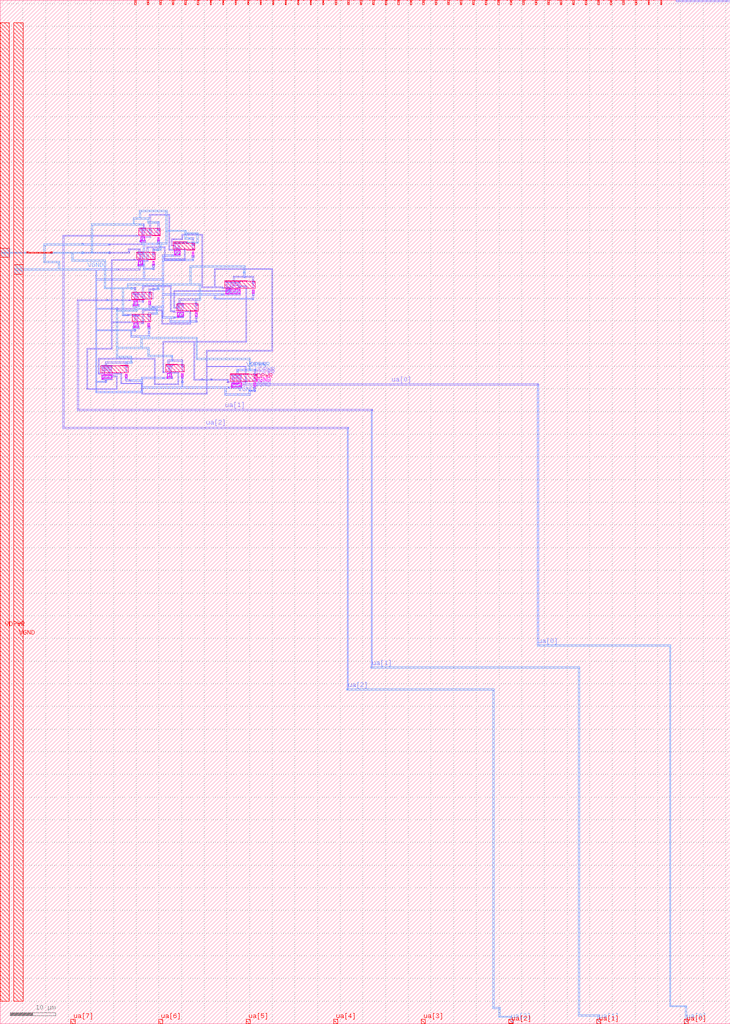
<source format=lef>
VERSION 5.7 ;
  NOWIREEXTENSIONATPIN ON ;
  DIVIDERCHAR "/" ;
  BUSBITCHARS "[]" ;
MACRO tt_um_test_17
  CLASS BLOCK ;
  FOREIGN tt_um_test_17 ;
  ORIGIN 0.000 0.000 ;
  SIZE 161.000 BY 225.760 ;
  PIN clk
    DIRECTION INPUT ;
    PORT
      LAYER met4 ;
        RECT 142.860 224.760 143.160 225.760 ;
    END
  END clk
  PIN ena
    DIRECTION INPUT ;
    PORT
      LAYER met4 ;
        RECT 145.620 224.760 145.920 225.760 ;
    END
  END ena
  PIN rst_n
    DIRECTION INPUT ;
    PORT
      LAYER met4 ;
        RECT 140.100 224.760 140.400 225.760 ;
    END
  END rst_n
  PIN ua[0]
    DIRECTION INOUT ;
    ANTENNADIFFAREA 0.445500 ;
    PORT
      LAYER li1 ;
        RECT 52.550 142.525 53.145 142.865 ;
        RECT 52.550 141.205 52.725 142.525 ;
        RECT 52.550 141.100 53.145 141.205 ;
        RECT 52.550 140.800 53.930 141.100 ;
        RECT 52.550 140.655 53.145 140.800 ;
      LAYER met1 ;
        RECT 53.600 140.800 118.760 141.100 ;
      LAYER met2 ;
        RECT 118.430 83.300 118.730 141.130 ;
        RECT 118.440 83.265 118.720 83.300 ;
      LAYER met3 ;
        RECT 118.415 83.600 118.745 83.615 ;
        RECT 118.415 83.300 147.930 83.600 ;
        RECT 118.415 83.285 118.745 83.300 ;
        RECT 147.630 4.000 147.930 83.300 ;
        RECT 147.630 3.700 151.430 4.000 ;
        RECT 151.130 0.980 151.430 3.700 ;
        RECT 150.830 0.020 151.730 0.980 ;
      LAYER met4 ;
        RECT 150.840 0.955 151.740 1.000 ;
        RECT 150.825 0.045 151.740 0.955 ;
        RECT 150.840 0.000 151.740 0.045 ;
    END
  END ua[0]
  PIN ua[1]
    DIRECTION INOUT ;
    ANTENNAGATEAREA 0.247500 ;
    PORT
      LAYER li1 ;
        RECT 29.550 159.700 29.880 159.715 ;
        RECT 28.380 159.500 29.880 159.700 ;
        RECT 29.550 159.475 29.880 159.500 ;
      LAYER met1 ;
        RECT 23.500 159.700 23.760 159.760 ;
        RECT 16.980 159.500 23.760 159.700 ;
        RECT 16.980 135.500 17.280 159.500 ;
        RECT 23.500 159.440 23.760 159.500 ;
        RECT 25.600 159.700 25.860 159.760 ;
        RECT 28.335 159.700 28.625 159.715 ;
        RECT 25.600 159.500 28.625 159.700 ;
        RECT 25.600 159.440 25.860 159.500 ;
        RECT 28.335 159.485 28.625 159.500 ;
        RECT 16.980 135.200 82.110 135.500 ;
      LAYER met2 ;
        RECT 23.470 159.700 23.790 159.730 ;
        RECT 25.570 159.700 25.890 159.730 ;
        RECT 23.470 159.500 25.890 159.700 ;
        RECT 23.470 159.470 23.790 159.500 ;
        RECT 25.570 159.470 25.890 159.500 ;
        RECT 81.780 78.450 82.080 135.530 ;
        RECT 81.790 78.415 82.070 78.450 ;
      LAYER met3 ;
        RECT 81.765 78.750 82.095 78.765 ;
        RECT 81.765 78.450 127.780 78.750 ;
        RECT 81.765 78.435 82.095 78.450 ;
        RECT 127.480 1.950 127.780 78.450 ;
        RECT 127.480 1.650 132.130 1.950 ;
        RECT 131.830 0.980 132.130 1.650 ;
        RECT 131.530 0.020 132.430 0.980 ;
      LAYER met4 ;
        RECT 131.520 0.955 132.420 1.000 ;
        RECT 131.520 0.045 132.435 0.955 ;
        RECT 131.520 0.000 132.420 0.045 ;
    END
  END ua[1]
  PIN ua[2]
    DIRECTION INOUT ;
    ANTENNAGATEAREA 0.247500 ;
    PORT
      LAYER li1 ;
        RECT 31.050 173.850 31.380 173.865 ;
        RECT 30.030 173.650 31.380 173.850 ;
        RECT 31.050 173.625 31.380 173.650 ;
      LAYER met1 ;
        RECT 29.985 173.850 30.275 173.865 ;
        RECT 13.780 173.650 30.275 173.850 ;
        RECT 13.780 131.550 14.080 173.650 ;
        RECT 29.985 173.635 30.275 173.650 ;
        RECT 13.780 131.250 76.810 131.550 ;
      LAYER met2 ;
        RECT 76.480 73.600 76.780 131.580 ;
        RECT 76.490 73.565 76.770 73.600 ;
      LAYER met3 ;
        RECT 76.465 73.900 76.795 73.915 ;
        RECT 76.465 73.600 108.930 73.900 ;
        RECT 76.465 73.585 76.795 73.600 ;
        RECT 108.630 3.600 108.930 73.600 ;
        RECT 108.630 3.300 110.280 3.600 ;
        RECT 109.980 1.700 110.280 3.300 ;
        RECT 109.980 1.400 112.780 1.700 ;
        RECT 112.480 1.030 112.780 1.400 ;
        RECT 112.180 0.070 113.080 1.030 ;
      LAYER met4 ;
        RECT 112.175 1.000 113.085 1.005 ;
        RECT 112.175 0.095 113.100 1.000 ;
        RECT 112.200 0.000 113.100 0.095 ;
    END
  END ua[2]
  PIN ua[3]
    DIRECTION INOUT ;
    PORT
      LAYER met4 ;
        RECT 92.880 0.000 93.780 1.000 ;
    END
  END ua[3]
  PIN ua[4]
    DIRECTION INOUT ;
    PORT
      LAYER met4 ;
        RECT 73.560 0.000 74.460 1.000 ;
    END
  END ua[4]
  PIN ua[5]
    DIRECTION INOUT ;
    PORT
      LAYER met4 ;
        RECT 54.240 0.000 55.140 1.000 ;
    END
  END ua[5]
  PIN ua[6]
    DIRECTION INOUT ;
    PORT
      LAYER met4 ;
        RECT 34.920 0.000 35.820 1.000 ;
    END
  END ua[6]
  PIN ua[7]
    DIRECTION INOUT ;
    PORT
      LAYER met4 ;
        RECT 15.600 0.000 16.500 1.000 ;
    END
  END ua[7]
  PIN ui_in[0]
    DIRECTION INPUT ;
    PORT
      LAYER met4 ;
        RECT 137.340 224.760 137.640 225.760 ;
    END
  END ui_in[0]
  PIN ui_in[1]
    DIRECTION INPUT ;
    PORT
      LAYER met4 ;
        RECT 134.580 224.760 134.880 225.760 ;
    END
  END ui_in[1]
  PIN ui_in[2]
    DIRECTION INPUT ;
    PORT
      LAYER met4 ;
        RECT 131.820 224.760 132.120 225.760 ;
    END
  END ui_in[2]
  PIN ui_in[3]
    DIRECTION INPUT ;
    PORT
      LAYER met4 ;
        RECT 129.060 224.760 129.360 225.760 ;
    END
  END ui_in[3]
  PIN ui_in[4]
    DIRECTION INPUT ;
    PORT
      LAYER met4 ;
        RECT 126.300 224.760 126.600 225.760 ;
    END
  END ui_in[4]
  PIN ui_in[5]
    DIRECTION INPUT ;
    PORT
      LAYER met4 ;
        RECT 123.540 224.760 123.840 225.760 ;
    END
  END ui_in[5]
  PIN ui_in[6]
    DIRECTION INPUT ;
    PORT
      LAYER met4 ;
        RECT 120.780 224.760 121.080 225.760 ;
    END
  END ui_in[6]
  PIN ui_in[7]
    DIRECTION INPUT ;
    PORT
      LAYER met4 ;
        RECT 118.020 224.760 118.320 225.760 ;
    END
  END ui_in[7]
  PIN uio_in[0]
    DIRECTION INPUT ;
    PORT
      LAYER met4 ;
        RECT 115.260 224.760 115.560 225.760 ;
    END
  END uio_in[0]
  PIN uio_in[1]
    DIRECTION INPUT ;
    PORT
      LAYER met4 ;
        RECT 112.500 224.760 112.800 225.760 ;
    END
  END uio_in[1]
  PIN uio_in[2]
    DIRECTION INPUT ;
    PORT
      LAYER met4 ;
        RECT 109.740 224.760 110.040 225.760 ;
    END
  END uio_in[2]
  PIN uio_in[3]
    DIRECTION INPUT ;
    PORT
      LAYER met4 ;
        RECT 106.980 224.760 107.280 225.760 ;
    END
  END uio_in[3]
  PIN uio_in[4]
    DIRECTION INPUT ;
    PORT
      LAYER met4 ;
        RECT 104.220 224.760 104.520 225.760 ;
    END
  END uio_in[4]
  PIN uio_in[5]
    DIRECTION INPUT ;
    PORT
      LAYER met4 ;
        RECT 101.460 224.760 101.760 225.760 ;
    END
  END uio_in[5]
  PIN uio_in[6]
    DIRECTION INPUT ;
    PORT
      LAYER met4 ;
        RECT 98.700 224.760 99.000 225.760 ;
    END
  END uio_in[6]
  PIN uio_in[7]
    DIRECTION INPUT ;
    PORT
      LAYER met4 ;
        RECT 95.940 224.760 96.240 225.760 ;
    END
  END uio_in[7]
  PIN uio_oe[0]
    DIRECTION OUTPUT TRISTATE ;
    PORT
      LAYER met4 ;
        RECT 49.020 224.760 49.320 225.760 ;
    END
  END uio_oe[0]
  PIN uio_oe[1]
    DIRECTION OUTPUT TRISTATE ;
    PORT
      LAYER met4 ;
        RECT 46.260 224.760 46.560 225.760 ;
    END
  END uio_oe[1]
  PIN uio_oe[2]
    DIRECTION OUTPUT TRISTATE ;
    PORT
      LAYER met4 ;
        RECT 43.500 224.760 43.800 225.760 ;
    END
  END uio_oe[2]
  PIN uio_oe[3]
    DIRECTION OUTPUT TRISTATE ;
    PORT
      LAYER met4 ;
        RECT 40.740 224.760 41.040 225.760 ;
    END
  END uio_oe[3]
  PIN uio_oe[4]
    DIRECTION OUTPUT TRISTATE ;
    PORT
      LAYER met4 ;
        RECT 37.980 224.760 38.280 225.760 ;
    END
  END uio_oe[4]
  PIN uio_oe[5]
    DIRECTION OUTPUT TRISTATE ;
    PORT
      LAYER met4 ;
        RECT 35.220 224.760 35.520 225.760 ;
    END
  END uio_oe[5]
  PIN uio_oe[6]
    DIRECTION OUTPUT TRISTATE ;
    PORT
      LAYER met4 ;
        RECT 32.460 224.760 32.760 225.760 ;
    END
  END uio_oe[6]
  PIN uio_oe[7]
    DIRECTION OUTPUT TRISTATE ;
    PORT
      LAYER met4 ;
        RECT 29.700 224.760 30.000 225.760 ;
    END
  END uio_oe[7]
  PIN uio_out[0]
    DIRECTION OUTPUT TRISTATE ;
    PORT
      LAYER met4 ;
        RECT 71.100 224.760 71.400 225.760 ;
    END
  END uio_out[0]
  PIN uio_out[1]
    DIRECTION OUTPUT TRISTATE ;
    PORT
      LAYER met4 ;
        RECT 68.340 224.760 68.640 225.760 ;
    END
  END uio_out[1]
  PIN uio_out[2]
    DIRECTION OUTPUT TRISTATE ;
    PORT
      LAYER met4 ;
        RECT 65.580 224.760 65.880 225.760 ;
    END
  END uio_out[2]
  PIN uio_out[3]
    DIRECTION OUTPUT TRISTATE ;
    PORT
      LAYER met4 ;
        RECT 62.820 224.760 63.120 225.760 ;
    END
  END uio_out[3]
  PIN uio_out[4]
    DIRECTION OUTPUT TRISTATE ;
    PORT
      LAYER met4 ;
        RECT 60.060 224.760 60.360 225.760 ;
    END
  END uio_out[4]
  PIN uio_out[5]
    DIRECTION OUTPUT TRISTATE ;
    PORT
      LAYER met4 ;
        RECT 57.300 224.760 57.600 225.760 ;
    END
  END uio_out[5]
  PIN uio_out[6]
    DIRECTION OUTPUT TRISTATE ;
    PORT
      LAYER met4 ;
        RECT 54.540 224.760 54.840 225.760 ;
    END
  END uio_out[6]
  PIN uio_out[7]
    DIRECTION OUTPUT TRISTATE ;
    PORT
      LAYER met4 ;
        RECT 51.780 224.760 52.080 225.760 ;
    END
  END uio_out[7]
  PIN uo_out[0]
    DIRECTION OUTPUT TRISTATE ;
    PORT
      LAYER met4 ;
        RECT 93.180 224.760 93.480 225.760 ;
    END
  END uo_out[0]
  PIN uo_out[1]
    DIRECTION OUTPUT TRISTATE ;
    PORT
      LAYER met4 ;
        RECT 90.420 224.760 90.720 225.760 ;
    END
  END uo_out[1]
  PIN uo_out[2]
    DIRECTION OUTPUT TRISTATE ;
    PORT
      LAYER met4 ;
        RECT 87.660 224.760 87.960 225.760 ;
    END
  END uo_out[2]
  PIN uo_out[3]
    DIRECTION OUTPUT TRISTATE ;
    PORT
      LAYER met4 ;
        RECT 84.900 224.760 85.200 225.760 ;
    END
  END uo_out[3]
  PIN uo_out[4]
    DIRECTION OUTPUT TRISTATE ;
    PORT
      LAYER met4 ;
        RECT 82.140 224.760 82.440 225.760 ;
    END
  END uo_out[4]
  PIN uo_out[5]
    DIRECTION OUTPUT TRISTATE ;
    PORT
      LAYER met4 ;
        RECT 79.380 224.760 79.680 225.760 ;
    END
  END uo_out[5]
  PIN uo_out[6]
    DIRECTION OUTPUT TRISTATE ;
    PORT
      LAYER met4 ;
        RECT 76.620 224.760 76.920 225.760 ;
    END
  END uo_out[6]
  PIN uo_out[7]
    DIRECTION OUTPUT TRISTATE ;
    PORT
      LAYER met4 ;
        RECT 73.860 224.760 74.160 225.760 ;
    END
  END uo_out[7]
  PIN VDPWR
    DIRECTION INOUT ;
    USE POWER ;
    PORT
      LAYER nwell ;
        RECT 30.540 175.450 33.580 175.460 ;
        RECT 30.540 173.855 35.320 175.450 ;
        RECT 33.560 173.845 35.320 173.855 ;
        RECT 38.140 172.160 41.180 172.460 ;
        RECT 38.140 170.855 42.930 172.160 ;
        RECT 41.160 170.555 42.930 170.855 ;
        RECT 30.090 170.150 32.680 170.160 ;
        RECT 30.090 168.555 34.220 170.150 ;
        RECT 32.660 168.545 34.220 168.555 ;
        RECT 49.530 163.800 54.430 163.850 ;
        RECT 49.530 162.245 56.220 163.800 ;
        RECT 54.360 162.195 56.220 162.245 ;
        RECT 31.660 161.310 33.370 161.350 ;
        RECT 29.040 159.745 33.370 161.310 ;
        RECT 29.040 159.705 31.780 159.745 ;
        RECT 38.890 158.800 41.930 158.810 ;
        RECT 38.890 157.205 43.620 158.800 ;
        RECT 41.910 157.195 43.620 157.205 ;
        RECT 29.080 154.845 33.220 156.450 ;
        RECT 36.480 145.350 39.080 145.400 ;
        RECT 26.560 145.160 28.220 145.200 ;
        RECT 22.190 143.595 28.220 145.160 ;
        RECT 36.480 143.795 40.570 145.350 ;
        RECT 38.910 143.745 40.570 143.795 ;
        RECT 22.190 143.555 26.580 143.595 ;
        RECT 50.740 143.300 54.830 143.310 ;
        RECT 50.740 141.705 56.570 143.300 ;
        RECT 54.810 141.695 56.570 141.705 ;
      LAYER li1 ;
        RECT 30.730 175.185 32.110 175.355 ;
        RECT 31.070 174.045 31.280 175.185 ;
        RECT 34.670 175.175 35.130 175.345 ;
        RECT 34.755 174.010 35.045 175.175 ;
        RECT 38.330 172.185 39.710 172.355 ;
        RECT 39.285 171.045 39.615 172.185 ;
        RECT 42.280 171.885 42.740 172.055 ;
        RECT 42.365 170.720 42.655 171.885 ;
        RECT 30.280 169.885 31.660 170.055 ;
        RECT 30.620 168.745 30.830 169.885 ;
        RECT 33.570 169.875 34.030 170.045 ;
        RECT 33.655 168.710 33.945 169.875 ;
        RECT 49.720 163.575 52.940 163.745 ;
        RECT 50.775 162.725 50.945 163.575 ;
        RECT 51.615 163.065 51.785 163.575 ;
        RECT 55.570 163.525 56.030 163.695 ;
        RECT 55.655 162.360 55.945 163.525 ;
        RECT 29.230 161.035 30.610 161.205 ;
        RECT 32.720 161.075 33.180 161.245 ;
        RECT 29.570 159.895 29.780 161.035 ;
        RECT 32.805 159.910 33.095 161.075 ;
        RECT 39.080 158.535 40.460 158.705 ;
        RECT 40.035 157.395 40.365 158.535 ;
        RECT 42.970 158.525 43.430 158.695 ;
        RECT 43.055 157.360 43.345 158.525 ;
        RECT 29.270 156.175 30.650 156.345 ;
        RECT 32.570 156.175 33.030 156.345 ;
        RECT 29.610 155.035 29.820 156.175 ;
        RECT 32.655 155.010 32.945 156.175 ;
        RECT 36.670 145.125 38.050 145.295 ;
        RECT 22.380 144.885 24.680 145.055 ;
        RECT 27.570 144.925 28.030 145.095 ;
        RECT 22.895 144.485 23.830 144.885 ;
        RECT 27.655 143.760 27.945 144.925 ;
        RECT 37.010 143.985 37.220 145.125 ;
        RECT 39.920 145.075 40.380 145.245 ;
        RECT 40.005 143.910 40.295 145.075 ;
        RECT 50.930 143.035 53.230 143.205 ;
        RECT 51.445 142.635 52.380 143.035 ;
        RECT 55.920 143.025 56.380 143.195 ;
        RECT 56.005 141.860 56.295 143.025 ;
      LAYER met1 ;
        RECT 31.490 176.395 31.780 176.430 ;
        RECT 31.490 176.070 31.795 176.395 ;
        RECT 31.505 175.510 31.795 176.070 ;
        RECT 30.730 175.030 32.110 175.510 ;
        RECT 34.730 175.500 35.030 176.880 ;
        RECT 34.670 175.020 35.130 175.500 ;
        RECT 42.380 173.300 42.680 173.330 ;
        RECT 42.375 172.970 42.680 173.300 ;
        RECT 38.330 172.400 39.710 172.510 ;
        RECT 40.130 172.400 40.430 172.430 ;
        RECT 38.330 172.100 40.430 172.400 ;
        RECT 42.375 172.210 42.675 172.970 ;
        RECT 38.330 172.030 39.710 172.100 ;
        RECT 40.130 172.070 40.430 172.100 ;
        RECT 42.280 171.730 42.740 172.210 ;
        RECT 28.235 170.655 30.885 170.945 ;
        RECT 23.940 170.195 24.230 170.230 ;
        RECT 28.235 170.195 28.525 170.655 ;
        RECT 30.595 170.210 30.885 170.655 ;
        RECT 23.935 169.905 28.525 170.195 ;
        RECT 23.940 169.870 24.230 169.905 ;
        RECT 30.280 169.730 31.660 170.210 ;
        RECT 33.630 170.200 33.925 170.880 ;
        RECT 33.570 169.720 34.030 170.200 ;
        RECT 54.780 164.895 55.930 164.900 ;
        RECT 51.415 164.605 55.930 164.895 ;
        RECT 51.415 163.900 51.705 164.605 ;
        RECT 53.650 164.600 54.010 164.605 ;
        RECT 54.780 164.595 55.930 164.605 ;
        RECT 49.720 163.420 52.940 163.900 ;
        RECT 55.625 163.850 55.930 164.595 ;
        RECT 55.570 163.370 56.030 163.850 ;
        RECT 29.540 162.345 29.830 162.380 ;
        RECT 29.540 162.020 29.835 162.345 ;
        RECT 33.630 162.145 33.925 162.180 ;
        RECT 29.545 161.360 29.835 162.020 ;
        RECT 32.780 161.850 33.925 162.145 ;
        RECT 32.780 161.400 33.075 161.850 ;
        RECT 33.630 161.820 33.925 161.850 ;
        RECT 29.230 160.880 30.610 161.360 ;
        RECT 32.720 160.920 33.180 161.400 ;
        RECT 43.030 159.900 43.330 159.930 ;
        RECT 39.530 159.895 43.330 159.900 ;
        RECT 39.395 159.600 43.330 159.895 ;
        RECT 39.395 158.860 39.685 159.600 ;
        RECT 39.080 158.380 40.460 158.860 ;
        RECT 43.030 158.850 43.330 159.600 ;
        RECT 42.970 158.370 43.430 158.850 ;
        RECT 33.530 156.800 33.830 156.830 ;
        RECT 28.090 156.500 28.380 156.530 ;
        RECT 32.680 156.500 33.830 156.800 ;
        RECT 28.085 156.210 30.650 156.500 ;
        RECT 28.090 156.170 28.380 156.210 ;
        RECT 29.270 156.020 30.650 156.210 ;
        RECT 32.570 156.020 33.030 156.500 ;
        RECT 33.530 156.470 33.830 156.500 ;
        RECT 37.750 146.400 38.115 146.405 ;
        RECT 37.030 146.395 40.280 146.400 ;
        RECT 36.985 146.095 40.280 146.395 ;
        RECT 27.680 146.000 27.985 146.035 ;
        RECT 27.675 145.995 27.985 146.000 ;
        RECT 23.155 145.705 27.985 145.995 ;
        RECT 23.155 145.210 23.445 145.705 ;
        RECT 27.675 145.670 27.985 145.705 ;
        RECT 27.675 145.250 27.980 145.670 ;
        RECT 36.985 145.450 37.275 146.095 ;
        RECT 22.380 144.730 24.680 145.210 ;
        RECT 27.570 144.770 28.030 145.250 ;
        RECT 36.670 144.970 38.050 145.450 ;
        RECT 39.975 145.400 40.280 146.095 ;
        RECT 39.920 144.920 40.380 145.400 ;
        RECT 52.180 144.345 52.470 144.380 ;
        RECT 52.165 144.020 52.470 144.345 ;
        RECT 52.165 143.360 52.455 144.020 ;
        RECT 50.930 142.880 53.230 143.360 ;
        RECT 55.980 143.350 56.280 144.380 ;
        RECT 55.920 142.870 56.380 143.350 ;
      LAYER met2 ;
        RECT 34.090 176.850 34.370 176.885 ;
        RECT 34.080 176.550 35.060 176.850 ;
        RECT 34.090 176.515 34.370 176.550 ;
        RECT 30.790 176.400 31.070 176.435 ;
        RECT 30.780 176.100 31.810 176.400 ;
        RECT 30.790 176.065 31.070 176.100 ;
        RECT 41.540 173.300 41.820 173.335 ;
        RECT 41.530 173.000 42.710 173.300 ;
        RECT 41.540 172.965 41.820 173.000 ;
        RECT 41.040 172.400 41.320 172.435 ;
        RECT 40.100 172.100 41.320 172.400 ;
        RECT 41.040 172.065 41.320 172.100 ;
        RECT 34.590 170.850 34.870 170.885 ;
        RECT 33.600 170.550 34.880 170.850 ;
        RECT 34.590 170.515 34.870 170.550 ;
        RECT 17.990 170.200 18.270 170.235 ;
        RECT 17.980 169.900 24.260 170.200 ;
        RECT 17.990 169.865 18.270 169.900 ;
        RECT 53.680 165.790 53.980 165.800 ;
        RECT 53.645 165.510 54.015 165.790 ;
        RECT 53.680 164.570 53.980 165.510 ;
        RECT 28.790 162.350 29.070 162.385 ;
        RECT 28.780 162.050 29.860 162.350 ;
        RECT 33.600 162.140 34.980 162.150 ;
        RECT 28.790 162.015 29.070 162.050 ;
        RECT 33.600 161.860 35.015 162.140 ;
        RECT 33.600 161.850 34.980 161.860 ;
        RECT 43.000 159.890 44.230 159.900 ;
        RECT 43.000 159.610 44.265 159.890 ;
        RECT 43.000 159.600 44.230 159.610 ;
        RECT 33.500 156.790 34.680 156.800 ;
        RECT 33.500 156.510 34.715 156.790 ;
        RECT 33.500 156.500 34.680 156.510 ;
        RECT 26.930 156.490 28.410 156.500 ;
        RECT 26.895 156.210 28.410 156.490 ;
        RECT 26.930 156.200 28.410 156.210 ;
        RECT 37.790 147.400 38.070 147.435 ;
        RECT 37.780 146.435 38.080 147.400 ;
        RECT 37.780 146.070 38.085 146.435 ;
        RECT 27.650 146.000 28.015 146.005 ;
        RECT 27.650 145.990 29.030 146.000 ;
        RECT 27.650 145.710 29.065 145.990 ;
        RECT 27.650 145.700 29.030 145.710 ;
        RECT 52.150 144.050 56.310 144.350 ;
      LAYER met3 ;
        RECT 30.680 179.100 36.780 179.400 ;
        RECT 30.680 177.750 30.980 179.100 ;
        RECT 29.280 177.450 32.880 177.750 ;
        RECT 29.280 176.400 29.580 177.450 ;
        RECT 32.580 176.850 32.880 177.450 ;
        RECT 34.065 176.850 34.395 176.865 ;
        RECT 32.580 176.550 34.395 176.850 ;
        RECT 34.065 176.535 34.395 176.550 ;
        RECT 30.765 176.400 31.095 176.415 ;
        RECT 20.080 176.100 31.095 176.400 ;
        RECT 0.000 170.200 2.060 171.050 ;
        RECT 5.840 170.200 6.220 170.210 ;
        RECT 0.000 169.900 6.220 170.200 ;
        RECT 0.000 169.050 2.060 169.900 ;
        RECT 5.840 169.890 6.220 169.900 ;
        RECT 11.120 170.200 11.440 170.240 ;
        RECT 20.080 170.215 20.380 176.100 ;
        RECT 30.765 176.085 31.095 176.100 ;
        RECT 36.480 175.050 36.780 179.100 ;
        RECT 36.480 174.750 40.980 175.050 ;
        RECT 36.480 172.200 36.780 174.750 ;
        RECT 40.680 174.500 40.980 174.750 ;
        RECT 40.680 174.200 43.630 174.500 ;
        RECT 40.680 173.300 40.980 174.200 ;
        RECT 41.515 173.300 41.845 173.315 ;
        RECT 40.680 173.000 41.845 173.300 ;
        RECT 41.515 172.985 41.845 173.000 ;
        RECT 35.230 171.900 36.780 172.200 ;
        RECT 41.015 172.400 41.345 172.415 ;
        RECT 43.330 172.400 43.630 174.200 ;
        RECT 41.015 172.100 43.630 172.400 ;
        RECT 41.015 172.085 41.345 172.100 ;
        RECT 34.565 170.850 34.895 170.865 ;
        RECT 35.230 170.850 35.530 171.900 ;
        RECT 34.565 170.550 35.530 170.850 ;
        RECT 34.565 170.535 34.895 170.550 ;
        RECT 17.965 170.200 18.295 170.215 ;
        RECT 11.120 169.900 18.295 170.200 ;
        RECT 11.120 169.860 11.440 169.900 ;
        RECT 15.780 168.500 16.080 169.900 ;
        RECT 17.965 169.885 18.295 169.900 ;
        RECT 20.065 169.885 20.395 170.215 ;
        RECT 15.780 168.200 23.230 168.500 ;
        RECT 22.930 162.350 23.230 168.200 ;
        RECT 41.780 166.850 53.980 167.150 ;
        RECT 41.780 163.200 42.080 166.850 ;
        RECT 53.680 165.815 53.980 166.850 ;
        RECT 53.665 165.485 53.995 165.815 ;
        RECT 27.980 162.900 44.230 163.200 ;
        RECT 27.980 162.350 28.280 162.900 ;
        RECT 28.765 162.350 29.095 162.365 ;
        RECT 22.930 162.050 29.095 162.350 ;
        RECT 34.680 162.165 34.980 162.900 ;
        RECT 26.930 157.400 27.230 162.050 ;
        RECT 28.765 162.035 29.095 162.050 ;
        RECT 34.665 161.835 34.995 162.165 ;
        RECT 43.930 159.915 44.230 162.900 ;
        RECT 43.915 159.585 44.245 159.915 ;
        RECT 29.930 157.550 34.680 157.850 ;
        RECT 29.930 157.400 30.230 157.550 ;
        RECT 25.580 157.100 30.230 157.400 ;
        RECT 25.580 149.150 25.880 157.100 ;
        RECT 26.930 156.515 27.230 157.100 ;
        RECT 34.380 156.815 34.680 157.550 ;
        RECT 26.915 156.185 27.245 156.515 ;
        RECT 34.365 156.485 34.695 156.815 ;
        RECT 30.980 151.100 43.480 151.400 ;
        RECT 30.980 149.150 31.280 151.100 ;
        RECT 25.580 148.850 32.830 149.150 ;
        RECT 25.580 147.200 25.880 148.850 ;
        RECT 32.530 147.400 32.830 148.850 ;
        RECT 37.765 147.400 38.095 147.415 ;
        RECT 25.580 146.900 29.030 147.200 ;
        RECT 32.530 147.100 38.095 147.400 ;
        RECT 37.765 147.085 38.095 147.100 ;
        RECT 28.730 146.015 29.030 146.900 ;
        RECT 43.180 146.750 43.480 151.100 ;
        RECT 43.180 146.450 55.180 146.750 ;
        RECT 28.715 145.685 29.045 146.015 ;
        RECT 54.880 144.365 55.180 146.450 ;
        RECT 54.865 144.035 55.195 144.365 ;
      LAYER met4 ;
        RECT 0.030 171.055 2.030 220.760 ;
        RECT 0.025 169.045 2.035 171.055 ;
        RECT 5.865 170.200 6.195 170.215 ;
        RECT 11.115 170.200 11.445 170.215 ;
        RECT 5.865 169.900 11.445 170.200 ;
        RECT 5.865 169.885 6.195 169.900 ;
        RECT 11.115 169.885 11.445 169.900 ;
        RECT 0.030 5.000 2.030 169.045 ;
    END
  END VDPWR
  PIN VGND
    DIRECTION INOUT ;
    USE GROUND ;
    PORT
      LAYER pwell ;
        RECT 34.685 172.730 35.115 173.515 ;
        RECT 42.295 169.440 42.725 170.225 ;
        RECT 33.585 167.430 34.015 168.215 ;
        RECT 55.585 161.080 56.015 161.865 ;
        RECT 32.735 158.630 33.165 159.415 ;
        RECT 42.985 156.080 43.415 156.865 ;
        RECT 32.585 153.730 33.015 154.515 ;
        RECT 27.585 142.480 28.015 143.265 ;
        RECT 39.935 142.630 40.365 143.415 ;
        RECT 55.935 140.580 56.365 141.365 ;
      LAYER li1 ;
        RECT 31.050 172.635 31.280 173.455 ;
        RECT 30.730 172.465 32.110 172.635 ;
        RECT 34.755 172.625 35.045 173.350 ;
        RECT 34.670 172.455 35.130 172.625 ;
        RECT 38.435 169.635 38.675 170.445 ;
        RECT 39.345 169.635 39.615 170.445 ;
        RECT 38.330 169.465 39.710 169.635 ;
        RECT 42.365 169.335 42.655 170.060 ;
        RECT 42.280 169.165 42.740 169.335 ;
        RECT 30.600 167.335 30.830 168.155 ;
        RECT 30.280 167.165 31.660 167.335 ;
        RECT 33.655 167.325 33.945 168.050 ;
        RECT 33.570 167.155 34.030 167.325 ;
        RECT 49.855 161.025 50.185 161.415 ;
        RECT 50.695 161.025 51.025 161.415 ;
        RECT 52.565 161.025 52.855 161.860 ;
        RECT 49.720 160.855 52.940 161.025 ;
        RECT 55.655 160.975 55.945 161.700 ;
        RECT 55.570 160.805 56.030 160.975 ;
        RECT 29.550 158.485 29.780 159.305 ;
        RECT 32.805 158.525 33.095 159.250 ;
        RECT 29.230 158.315 30.610 158.485 ;
        RECT 32.720 158.355 33.180 158.525 ;
        RECT 39.185 155.985 39.425 156.795 ;
        RECT 40.095 155.985 40.365 156.795 ;
        RECT 39.080 155.815 40.460 155.985 ;
        RECT 43.055 155.975 43.345 156.700 ;
        RECT 42.970 155.805 43.430 155.975 ;
        RECT 29.590 153.625 29.820 154.445 ;
        RECT 32.655 153.625 32.945 154.350 ;
        RECT 29.270 153.455 30.650 153.625 ;
        RECT 32.570 153.455 33.030 153.625 ;
        RECT 22.895 142.335 23.830 142.735 ;
        RECT 27.655 142.375 27.945 143.100 ;
        RECT 36.990 142.575 37.220 143.395 ;
        RECT 36.670 142.405 38.050 142.575 ;
        RECT 40.005 142.525 40.295 143.250 ;
        RECT 22.380 142.165 24.680 142.335 ;
        RECT 27.570 142.205 28.030 142.375 ;
        RECT 39.920 142.355 40.380 142.525 ;
        RECT 51.445 140.485 52.380 140.885 ;
        RECT 50.930 140.315 53.230 140.485 ;
        RECT 56.005 140.475 56.295 141.200 ;
        RECT 55.920 140.305 56.380 140.475 ;
      LAYER met1 ;
        RECT 30.730 172.310 32.110 172.790 ;
        RECT 23.890 172.045 24.180 172.080 ;
        RECT 31.045 172.045 31.335 172.310 ;
        RECT 34.670 172.300 35.130 172.780 ;
        RECT 23.885 171.755 31.335 172.045 ;
        RECT 34.780 171.770 35.080 172.300 ;
        RECT 23.890 171.720 24.180 171.755 ;
        RECT 37.690 169.600 37.980 169.630 ;
        RECT 38.330 169.600 39.710 169.790 ;
        RECT 37.685 169.310 39.710 169.600 ;
        RECT 37.690 169.270 37.980 169.310 ;
        RECT 42.280 169.010 42.740 169.490 ;
        RECT 42.330 168.270 42.630 169.010 ;
        RECT 30.280 167.010 31.660 167.490 ;
        RECT 25.690 166.495 25.980 166.530 ;
        RECT 30.595 166.495 30.885 167.010 ;
        RECT 33.570 167.000 34.030 167.480 ;
        RECT 25.685 166.205 30.885 166.495 ;
        RECT 33.625 166.680 33.925 167.000 ;
        RECT 33.625 166.350 33.930 166.680 ;
        RECT 33.630 166.320 33.930 166.350 ;
        RECT 25.690 166.170 25.980 166.205 ;
        RECT 48.790 160.990 49.080 161.030 ;
        RECT 49.720 160.990 52.940 161.180 ;
        RECT 48.785 160.700 52.940 160.990 ;
        RECT 48.790 160.670 49.080 160.700 ;
        RECT 55.570 160.650 56.030 161.130 ;
        RECT 55.630 159.720 55.930 160.650 ;
        RECT 29.230 158.160 30.610 158.640 ;
        RECT 32.720 158.250 33.180 158.680 ;
        RECT 33.630 158.250 33.930 158.280 ;
        RECT 32.720 158.200 33.930 158.250 ;
        RECT 25.590 157.845 25.880 157.880 ;
        RECT 29.545 157.845 29.835 158.160 ;
        RECT 32.775 157.950 33.930 158.200 ;
        RECT 33.630 157.920 33.930 157.950 ;
        RECT 25.585 157.555 29.835 157.845 ;
        RECT 25.590 157.520 25.880 157.555 ;
        RECT 38.290 155.950 38.580 155.980 ;
        RECT 39.080 155.950 40.460 156.140 ;
        RECT 38.285 155.660 40.460 155.950 ;
        RECT 38.290 155.620 38.580 155.660 ;
        RECT 42.970 155.650 43.430 156.130 ;
        RECT 43.075 155.085 43.380 155.650 ;
        RECT 43.075 154.750 43.385 155.085 ;
        RECT 43.080 154.720 43.385 154.750 ;
        RECT 29.270 153.300 30.650 153.780 ;
        RECT 32.570 153.300 33.030 153.780 ;
        RECT 29.585 153.130 29.875 153.300 ;
        RECT 29.585 152.805 29.880 153.130 ;
        RECT 29.590 152.770 29.880 152.805 ;
        RECT 32.630 152.600 32.930 153.300 ;
        RECT 32.600 152.300 32.960 152.600 ;
        RECT 35.890 142.540 36.180 142.580 ;
        RECT 36.670 142.540 38.050 142.730 ;
        RECT 22.380 142.010 24.680 142.490 ;
        RECT 27.570 142.050 28.030 142.530 ;
        RECT 35.885 142.250 38.050 142.540 ;
        RECT 35.890 142.220 36.180 142.250 ;
        RECT 39.920 142.200 40.380 142.680 ;
        RECT 28.480 142.050 28.780 142.080 ;
        RECT 23.155 141.780 23.445 142.010 ;
        RECT 23.140 141.455 23.445 141.780 ;
        RECT 27.630 141.750 28.780 142.050 ;
        RECT 39.980 141.950 40.280 142.200 ;
        RECT 28.480 141.720 28.780 141.750 ;
        RECT 39.985 141.700 40.280 141.950 ;
        RECT 23.140 141.420 23.430 141.455 ;
        RECT 39.950 141.405 40.310 141.700 ;
        RECT 50.240 140.450 50.530 140.480 ;
        RECT 50.930 140.450 53.230 140.640 ;
        RECT 50.235 140.160 53.230 140.450 ;
        RECT 50.240 140.120 50.530 140.160 ;
        RECT 55.920 140.150 56.380 140.630 ;
        RECT 55.980 139.420 56.280 140.150 ;
      LAYER met2 ;
        RECT 17.990 172.050 18.270 172.085 ;
        RECT 17.980 171.750 24.210 172.050 ;
        RECT 31.580 171.800 35.110 172.100 ;
        RECT 17.990 171.715 18.270 171.750 ;
        RECT 31.580 166.650 31.880 171.800 ;
        RECT 35.730 169.300 38.010 169.600 ;
        RECT 35.730 168.600 36.030 169.300 ;
        RECT 35.730 168.300 42.660 168.600 ;
        RECT 19.090 166.500 19.370 166.535 ;
        RECT 19.080 166.200 26.010 166.500 ;
        RECT 31.580 166.350 33.960 166.650 ;
        RECT 19.090 166.165 19.370 166.200 ;
        RECT 21.030 164.300 21.330 166.200 ;
        RECT 31.580 164.300 31.880 166.350 ;
        RECT 35.730 164.300 36.030 168.300 ;
        RECT 21.030 164.000 36.030 164.300 ;
        RECT 21.030 157.850 21.330 164.000 ;
        RECT 35.730 161.000 36.030 164.000 ;
        RECT 35.730 160.700 49.110 161.000 ;
        RECT 35.730 158.250 36.030 160.700 ;
        RECT 47.230 160.050 47.530 160.700 ;
        RECT 47.230 159.750 55.960 160.050 ;
        RECT 33.600 157.950 36.030 158.250 ;
        RECT 21.030 157.550 25.910 157.850 ;
        RECT 21.030 153.100 21.330 157.550 ;
        RECT 35.730 155.950 36.030 157.950 ;
        RECT 35.730 155.650 38.610 155.950 ;
        RECT 37.430 155.050 37.730 155.650 ;
        RECT 43.050 155.050 43.415 155.055 ;
        RECT 37.430 154.750 43.415 155.050 ;
        RECT 21.030 152.800 29.910 153.100 ;
        RECT 21.030 141.750 21.330 152.800 ;
        RECT 28.730 151.750 29.030 152.800 ;
        RECT 32.630 151.750 32.930 152.630 ;
        RECT 28.730 151.450 32.930 151.750 ;
        RECT 31.130 142.250 36.210 142.550 ;
        RECT 31.130 142.050 31.430 142.250 ;
        RECT 28.450 141.750 31.430 142.050 ;
        RECT 21.030 141.450 23.460 141.750 ;
        RECT 21.030 139.500 21.330 141.450 ;
        RECT 31.130 140.450 31.430 141.750 ;
        RECT 39.980 140.450 40.280 141.730 ;
        RECT 31.130 140.150 50.560 140.450 ;
        RECT 31.130 139.500 31.430 140.150 ;
        RECT 21.030 139.200 31.430 139.500 ;
        RECT 49.530 138.950 49.830 140.150 ;
        RECT 54.830 139.450 56.310 139.750 ;
        RECT 54.830 138.950 55.130 139.450 ;
        RECT 49.530 138.650 55.130 138.950 ;
      LAYER met3 ;
        RECT 17.965 172.050 18.295 172.065 ;
        RECT 9.580 171.750 18.295 172.050 ;
        RECT 9.580 168.150 9.880 171.750 ;
        RECT 17.965 171.735 18.295 171.750 ;
        RECT 9.580 167.850 13.080 168.150 ;
        RECT 3.000 166.500 5.060 167.350 ;
        RECT 12.780 166.500 13.080 167.850 ;
        RECT 19.065 166.500 19.395 166.515 ;
        RECT 3.000 166.200 19.395 166.500 ;
        RECT 3.000 165.350 5.060 166.200 ;
        RECT 19.065 166.185 19.395 166.200 ;
      LAYER met4 ;
        RECT 3.030 167.355 5.030 220.760 ;
        RECT 3.025 165.345 5.035 167.355 ;
        RECT 3.030 5.000 5.030 165.345 ;
    END
  END VGND
  OBS
      LAYER pwell ;
        RECT 30.940 172.655 31.870 173.565 ;
        RECT 30.940 172.635 31.045 172.655 ;
        RECT 30.875 172.465 31.045 172.635 ;
        RECT 38.335 169.655 39.685 170.565 ;
        RECT 38.480 169.465 38.650 169.655 ;
        RECT 30.490 167.355 31.420 168.265 ;
        RECT 30.490 167.335 30.595 167.355 ;
        RECT 30.425 167.165 30.595 167.335 ;
        RECT 49.765 161.045 52.935 161.955 ;
        RECT 49.865 160.855 50.035 161.045 ;
        RECT 29.440 158.505 30.370 159.415 ;
        RECT 29.440 158.485 29.545 158.505 ;
        RECT 29.375 158.315 29.545 158.485 ;
        RECT 39.085 156.005 40.435 156.915 ;
        RECT 39.230 155.815 39.400 156.005 ;
        RECT 29.480 153.645 30.410 154.555 ;
        RECT 29.480 153.625 29.585 153.645 ;
        RECT 29.415 153.455 29.585 153.625 ;
        RECT 22.870 143.035 24.675 143.265 ;
        RECT 22.385 142.355 24.675 143.035 ;
        RECT 36.880 142.595 37.810 143.505 ;
        RECT 36.880 142.575 36.985 142.595 ;
        RECT 36.815 142.405 36.985 142.575 ;
        RECT 22.530 142.165 22.700 142.355 ;
        RECT 51.420 141.185 53.225 141.415 ;
        RECT 50.935 140.505 53.225 141.185 ;
        RECT 51.080 140.315 51.250 140.505 ;
      LAYER li1 ;
        RECT 31.450 174.035 31.780 175.015 ;
        RECT 31.550 173.715 31.780 174.035 ;
        RECT 31.550 173.485 33.145 173.715 ;
        RECT 31.550 173.435 31.780 173.485 ;
        RECT 31.450 172.805 31.780 173.435 ;
        RECT 37.680 172.900 38.330 173.100 ;
        RECT 37.680 171.750 37.880 172.900 ;
        RECT 38.425 171.750 38.755 172.000 ;
        RECT 37.680 171.550 38.755 171.750 ;
        RECT 38.425 171.215 38.755 171.550 ;
        RECT 38.425 171.045 39.105 171.215 ;
        RECT 38.415 170.625 38.765 170.875 ;
        RECT 38.935 170.445 39.105 171.045 ;
        RECT 39.275 170.845 39.625 170.875 ;
        RECT 39.275 170.655 40.825 170.845 ;
        RECT 39.275 170.625 39.625 170.655 ;
        RECT 38.845 169.805 39.175 170.445 ;
        RECT 31.000 168.735 31.330 169.715 ;
        RECT 30.600 168.550 30.930 168.565 ;
        RECT 29.480 168.350 30.930 168.550 ;
        RECT 30.600 168.325 30.930 168.350 ;
        RECT 31.100 168.415 31.330 168.735 ;
        RECT 31.100 168.185 32.595 168.415 ;
        RECT 31.100 168.135 31.330 168.185 ;
        RECT 31.000 167.505 31.330 168.135 ;
        RECT 49.805 162.725 50.185 163.405 ;
        RECT 51.115 162.895 51.445 163.405 ;
        RECT 51.955 162.895 52.355 163.405 ;
        RECT 51.115 162.725 52.355 162.895 ;
        RECT 52.535 162.750 52.855 163.405 ;
        RECT 49.805 161.765 49.975 162.725 ;
        RECT 50.145 162.385 51.450 162.555 ;
        RECT 52.535 162.475 52.930 162.750 ;
        RECT 50.145 161.935 50.390 162.385 ;
        RECT 50.560 162.015 51.110 162.215 ;
        RECT 51.280 162.185 51.450 162.385 ;
        RECT 52.225 162.450 52.930 162.475 ;
        RECT 52.225 162.305 52.855 162.450 ;
        RECT 51.280 162.015 51.655 162.185 ;
        RECT 51.825 161.765 52.055 162.265 ;
        RECT 49.805 161.595 52.055 161.765 ;
        RECT 50.355 161.275 50.525 161.595 ;
        RECT 52.225 161.425 52.395 162.305 ;
        RECT 51.440 161.255 52.395 161.425 ;
        RECT 29.950 159.885 30.280 160.865 ;
        RECT 30.050 159.515 30.280 159.885 ;
        RECT 30.050 159.285 31.595 159.515 ;
        RECT 29.950 158.655 30.280 159.285 ;
        RECT 31.365 159.135 31.595 159.285 ;
        RECT 39.175 158.100 39.505 158.350 ;
        RECT 39.030 157.800 39.505 158.100 ;
        RECT 39.175 157.565 39.505 157.800 ;
        RECT 39.175 157.395 39.855 157.565 ;
        RECT 38.105 156.975 39.515 157.225 ;
        RECT 39.685 156.795 39.855 157.395 ;
        RECT 40.025 157.200 40.375 157.225 ;
        RECT 40.025 157.000 41.330 157.200 ;
        RECT 40.025 156.975 40.375 157.000 ;
        RECT 39.595 156.155 39.925 156.795 ;
        RECT 29.990 155.025 30.320 156.005 ;
        RECT 29.590 154.850 29.920 154.855 ;
        RECT 28.430 154.650 29.920 154.850 ;
        RECT 29.590 154.615 29.920 154.650 ;
        RECT 30.090 154.665 30.320 155.025 ;
        RECT 31.365 154.665 31.595 154.915 ;
        RECT 30.090 154.435 31.595 154.665 ;
        RECT 30.090 154.425 30.320 154.435 ;
        RECT 29.990 153.795 30.320 154.425 ;
        RECT 22.465 144.315 22.725 144.715 ;
        RECT 24.000 144.375 24.595 144.715 ;
        RECT 22.465 144.145 23.830 144.315 ;
        RECT 22.465 143.500 22.925 143.975 ;
        RECT 21.630 143.300 22.925 143.500 ;
        RECT 22.465 143.245 22.925 143.300 ;
        RECT 23.095 143.075 23.830 144.145 ;
        RECT 22.465 142.905 23.830 143.075 ;
        RECT 24.000 143.055 24.175 144.375 ;
        RECT 24.355 143.450 24.595 144.205 ;
        RECT 37.390 143.975 37.720 144.955 ;
        RECT 36.990 143.800 37.320 143.805 ;
        RECT 35.880 143.600 37.320 143.800 ;
        RECT 36.990 143.565 37.320 143.600 ;
        RECT 24.355 143.250 25.530 143.450 ;
        RECT 37.490 143.375 37.720 143.975 ;
        RECT 24.355 143.225 24.595 143.250 ;
        RECT 22.465 142.505 22.725 142.905 ;
        RECT 24.000 142.505 24.595 143.055 ;
        RECT 37.390 142.745 37.720 143.375 ;
        RECT 51.015 142.465 51.275 142.865 ;
        RECT 51.015 142.295 52.380 142.465 ;
        RECT 51.015 141.650 51.475 142.125 ;
        RECT 50.130 141.450 51.475 141.650 ;
        RECT 51.015 141.395 51.475 141.450 ;
        RECT 51.645 141.225 52.380 142.295 ;
        RECT 52.905 141.650 53.145 142.355 ;
        RECT 52.905 141.450 54.230 141.650 ;
        RECT 52.905 141.375 53.145 141.450 ;
        RECT 51.015 141.055 52.380 141.225 ;
        RECT 51.015 140.655 51.275 141.055 ;
      LAYER met1 ;
        RECT 149.100 225.450 161.000 225.750 ;
        RECT 149.100 225.400 149.400 225.450 ;
        RECT 32.915 178.285 37.395 178.515 ;
        RECT 32.915 173.455 33.145 178.285 ;
        RECT 32.365 171.185 36.395 171.415 ;
        RECT 29.435 168.550 29.725 168.565 ;
        RECT 24.480 168.350 29.725 168.550 ;
        RECT 24.480 154.850 24.680 168.350 ;
        RECT 29.435 168.335 29.725 168.350 ;
        RECT 32.365 168.155 32.595 171.185 ;
        RECT 36.165 168.665 36.395 171.185 ;
        RECT 37.165 170.865 37.395 178.285 ;
        RECT 40.080 173.900 44.630 174.100 ;
        RECT 38.035 173.100 38.325 173.115 ;
        RECT 40.080 173.100 40.280 173.900 ;
        RECT 38.030 172.900 40.280 173.100 ;
        RECT 38.035 172.885 38.325 172.900 ;
        RECT 37.165 170.635 38.775 170.865 ;
        RECT 40.615 168.665 40.845 170.895 ;
        RECT 36.165 168.435 40.845 168.665 ;
        RECT 31.365 162.535 37.695 162.765 ;
        RECT 31.365 159.155 31.595 162.535 ;
        RECT 31.365 157.285 35.845 157.515 ;
        RECT 28.385 154.850 28.675 154.865 ;
        RECT 24.480 154.650 28.675 154.850 ;
        RECT 31.365 154.820 31.595 157.285 ;
        RECT 24.480 149.000 24.680 154.650 ;
        RECT 28.385 154.635 28.675 154.650 ;
        RECT 31.360 154.580 31.600 154.820 ;
        RECT 31.365 154.435 31.595 154.580 ;
        RECT 35.615 154.515 35.845 157.285 ;
        RECT 37.465 157.215 37.695 162.535 ;
        RECT 44.430 162.550 44.630 173.900 ;
        RECT 47.230 166.350 60.080 166.550 ;
        RECT 47.230 162.550 47.430 166.350 ;
        RECT 52.580 162.550 54.330 162.750 ;
        RECT 44.430 162.350 49.080 162.550 ;
        RECT 52.610 162.470 52.930 162.550 ;
        RECT 48.805 162.335 49.080 162.350 ;
        RECT 48.805 162.275 50.305 162.335 ;
        RECT 48.805 162.185 50.375 162.275 ;
        RECT 50.085 162.045 50.375 162.185 ;
        RECT 50.530 162.200 50.760 162.275 ;
        RECT 50.530 162.050 51.105 162.200 ;
        RECT 50.530 161.985 50.760 162.050 ;
        RECT 50.530 161.700 50.730 161.985 ;
        RECT 38.280 161.500 50.730 161.700 ;
        RECT 38.280 158.050 38.480 161.500 ;
        RECT 39.085 158.050 39.345 158.080 ;
        RECT 38.280 157.850 39.430 158.050 ;
        RECT 39.085 157.820 39.345 157.850 ;
        RECT 38.225 157.215 38.535 157.225 ;
        RECT 37.465 156.985 38.535 157.215 ;
        RECT 41.035 156.985 41.995 157.215 ;
        RECT 38.225 156.975 38.535 156.985 ;
        RECT 41.765 154.515 41.995 156.985 ;
        RECT 35.615 154.285 41.995 154.515 ;
        RECT 54.130 150.500 54.330 162.550 ;
        RECT 19.130 148.800 24.680 149.000 ;
        RECT 35.880 150.300 54.330 150.500 ;
        RECT 19.130 140.100 19.330 148.800 ;
        RECT 21.630 146.550 34.180 146.750 ;
        RECT 21.630 143.545 21.830 146.550 ;
        RECT 21.615 143.255 21.845 143.545 ;
        RECT 25.285 143.450 25.575 143.465 ;
        RECT 25.285 143.250 26.780 143.450 ;
        RECT 25.285 143.235 25.575 143.250 ;
        RECT 24.335 142.900 24.625 142.915 ;
        RECT 24.335 142.700 25.830 142.900 ;
        RECT 24.335 142.685 24.625 142.700 ;
        RECT 25.630 140.100 25.830 142.700 ;
        RECT 26.580 141.300 26.780 143.250 ;
        RECT 26.580 141.100 31.430 141.300 ;
        RECT 19.130 139.900 25.830 140.100 ;
        RECT 31.230 139.050 31.430 141.100 ;
        RECT 33.980 141.150 34.180 146.550 ;
        RECT 35.880 143.860 36.080 150.300 ;
        RECT 35.850 143.540 36.110 143.860 ;
        RECT 37.435 143.700 37.725 143.715 ;
        RECT 37.435 143.500 39.380 143.700 ;
        RECT 37.435 143.485 37.725 143.500 ;
        RECT 39.180 141.150 39.380 143.500 ;
        RECT 42.680 142.150 42.880 150.300 ;
        RECT 59.880 148.550 60.080 166.350 ;
        RECT 45.430 148.350 60.080 148.550 ;
        RECT 45.430 145.050 45.630 148.350 ;
        RECT 45.430 144.850 54.230 145.050 ;
        RECT 44.350 142.150 44.610 142.210 ;
        RECT 42.680 141.950 44.610 142.150 ;
        RECT 44.350 141.890 44.610 141.950 ;
        RECT 33.980 140.950 39.380 141.150 ;
        RECT 45.430 139.050 45.630 144.850 ;
        RECT 46.450 142.150 46.710 142.210 ;
        RECT 46.450 141.950 50.330 142.150 ;
        RECT 46.450 141.890 46.710 141.950 ;
        RECT 50.130 141.695 50.330 141.950 ;
        RECT 54.030 141.695 54.230 144.850 ;
        RECT 50.115 141.405 50.345 141.695 ;
        RECT 54.015 141.405 54.245 141.695 ;
        RECT 31.230 138.850 45.630 139.050 ;
      LAYER met2 ;
        RECT 44.320 142.150 44.640 142.180 ;
        RECT 46.420 142.150 46.740 142.180 ;
        RECT 44.320 141.950 46.740 142.150 ;
        RECT 44.320 141.920 44.640 141.950 ;
        RECT 46.420 141.920 46.740 141.950 ;
  END
END tt_um_test_17
END LIBRARY


</source>
